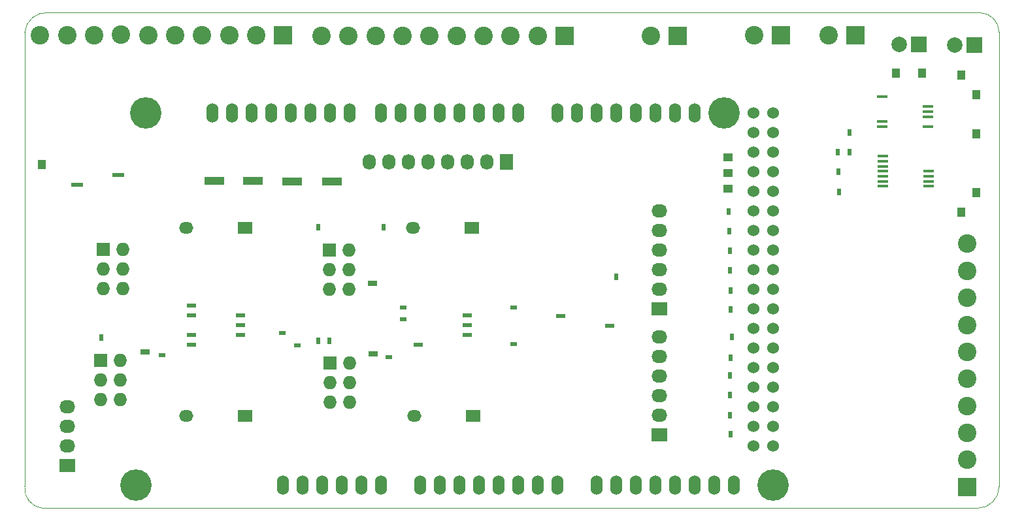
<source format=gbs>
G04 #@! TF.FileFunction,Soldermask,Bot*
%FSLAX46Y46*%
G04 Gerber Fmt 4.6, Leading zero omitted, Abs format (unit mm)*
G04 Created by KiCad (PCBNEW 4.0.2-stable) date Sunday, December 11, 2016 'AMt' 07:35:52 AM*
%MOMM*%
G01*
G04 APERTURE LIST*
%ADD10C,0.100000*%
%ADD11O,1.524000X2.540000*%
%ADD12C,1.524000*%
%ADD13R,2.000000X2.000000*%
%ADD14C,2.000000*%
%ADD15C,2.400000*%
%ADD16R,2.400000X2.400000*%
%ADD17C,4.064000*%
%ADD18R,2.500000X1.000000*%
%ADD19R,1.250000X1.000000*%
%ADD20R,1.000000X1.250000*%
%ADD21R,2.032000X1.727200*%
%ADD22O,2.032000X1.727200*%
%ADD23R,1.727200X1.727200*%
%ADD24O,1.727200X1.727200*%
%ADD25R,1.727200X2.032000*%
%ADD26O,1.727200X2.032000*%
%ADD27R,0.500000X0.900000*%
%ADD28R,0.900000X0.500000*%
%ADD29R,1.300000X0.700000*%
%ADD30R,1.824000X1.524000*%
%ADD31O,1.824000X1.524000*%
%ADD32R,1.143000X0.508000*%
%ADD33R,1.550000X0.600000*%
%ADD34R,1.450000X0.450000*%
G04 APERTURE END LIST*
D10*
X40386000Y-49022000D02*
X161036000Y-49022000D01*
X37338000Y-110490000D02*
X37338000Y-51562000D01*
X160782000Y-113284000D02*
X39624000Y-113284000D01*
X163576000Y-51562000D02*
X163576000Y-110490000D01*
X163576000Y-51562000D02*
G75*
G03X161036000Y-49022000I-2540000J0D01*
G01*
X40386000Y-49022000D02*
G75*
G03X37338000Y-51562000I-254000J-2794000D01*
G01*
X160782000Y-113284000D02*
G75*
G03X163576000Y-110490000I0J2794000D01*
G01*
X37338000Y-110490000D02*
G75*
G03X39624000Y-113284000I2540000J-254000D01*
G01*
D11*
X106318000Y-62047000D03*
X108858000Y-62047000D03*
X111398000Y-62047000D03*
X113938000Y-62047000D03*
X116478000Y-62047000D03*
X119018000Y-62047000D03*
X121558000Y-62047000D03*
X124098000Y-62047000D03*
X129178000Y-110307000D03*
X126638000Y-110307000D03*
X124098000Y-110307000D03*
X121558000Y-110307000D03*
X111398000Y-110307000D03*
X106318000Y-110307000D03*
X103778000Y-110307000D03*
X113938000Y-110307000D03*
X116478000Y-110307000D03*
X119018000Y-110307000D03*
X101238000Y-110307000D03*
X98698000Y-110307000D03*
X96158000Y-110307000D03*
X88538000Y-110307000D03*
X91078000Y-110307000D03*
X93618000Y-110307000D03*
X83458000Y-110307000D03*
X80918000Y-110307000D03*
X78378000Y-110307000D03*
X73298000Y-110307000D03*
X70758000Y-110307000D03*
X101238000Y-62047000D03*
X98698000Y-62047000D03*
X96158000Y-62047000D03*
X93618000Y-62047000D03*
X91078000Y-62047000D03*
X88538000Y-62047000D03*
X85998000Y-62047000D03*
X83458000Y-62047000D03*
X79394000Y-62047000D03*
X76854000Y-62047000D03*
X74314000Y-62047000D03*
X71774000Y-62047000D03*
X69234000Y-62047000D03*
X66694000Y-62047000D03*
X64154000Y-62047000D03*
X61614000Y-62047000D03*
X75838000Y-110307000D03*
D12*
X131718000Y-64587000D03*
X134258000Y-64587000D03*
X131718000Y-67127000D03*
X134258000Y-67127000D03*
X131718000Y-69667000D03*
X134258000Y-69667000D03*
X131718000Y-72207000D03*
X134258000Y-72207000D03*
X131718000Y-62047000D03*
X134258000Y-62047000D03*
X134258000Y-74747000D03*
X131718000Y-74747000D03*
X131718000Y-77287000D03*
X134258000Y-77287000D03*
X131718000Y-79827000D03*
X134258000Y-79827000D03*
X131718000Y-82367000D03*
X134258000Y-82367000D03*
X131718000Y-84907000D03*
X134258000Y-84907000D03*
X131718000Y-87447000D03*
X134258000Y-87447000D03*
X131718000Y-89987000D03*
X134258000Y-89987000D03*
X131718000Y-92527000D03*
X134258000Y-92527000D03*
X131718000Y-95067000D03*
X134258000Y-95067000D03*
X131718000Y-97607000D03*
X134258000Y-97607000D03*
X131718000Y-100147000D03*
X134258000Y-100147000D03*
X131718000Y-102687000D03*
X134258000Y-102687000D03*
X131718000Y-105227000D03*
X134258000Y-105227000D03*
D13*
X160399500Y-53191800D03*
D14*
X157859500Y-53191800D03*
D13*
X153185900Y-53166400D03*
D14*
X150645900Y-53166400D03*
D15*
X159411200Y-103502200D03*
X159411200Y-107002200D03*
X159411200Y-100002200D03*
X159411200Y-96502200D03*
X159411200Y-93002200D03*
X159442929Y-89502200D03*
D16*
X159411200Y-110502200D03*
D15*
X159411200Y-86002200D03*
X159411200Y-82502200D03*
X159411200Y-79002200D03*
X63816000Y-51929800D03*
X67316000Y-51929800D03*
X60316000Y-51929800D03*
X56816000Y-51929800D03*
X53316000Y-51929800D03*
X49816000Y-51898071D03*
D16*
X70816000Y-51929800D03*
D15*
X46316000Y-51929800D03*
X42816000Y-51929800D03*
X39316000Y-51929800D03*
X100290400Y-52031400D03*
X103790400Y-52031400D03*
X96790400Y-52031400D03*
X93290400Y-52031400D03*
X89790400Y-52031400D03*
X86290400Y-51999671D03*
D16*
X107290400Y-52031400D03*
D15*
X82790400Y-52031400D03*
X79290400Y-52031400D03*
X75790400Y-52031400D03*
D17*
X127971500Y-62013500D03*
X134321500Y-110273500D03*
X51771500Y-110273500D03*
X53041500Y-62013500D03*
D15*
X141458600Y-51917100D03*
D16*
X144958600Y-51917100D03*
D15*
X131832000Y-51942500D03*
D16*
X135332000Y-51942500D03*
D15*
X118433500Y-52069500D03*
D16*
X121933500Y-52069500D03*
D18*
X77166000Y-70955800D03*
X61926000Y-70803400D03*
X66904400Y-70854200D03*
X71933600Y-70905000D03*
D19*
X128418000Y-67789000D03*
X128418000Y-71853000D03*
X128418000Y-69853000D03*
D20*
X158660000Y-57137000D03*
X160660000Y-59677000D03*
X160660000Y-64757000D03*
X160660000Y-72377000D03*
X158660000Y-74917000D03*
X150246000Y-56883000D03*
X153580000Y-56883000D03*
X39588000Y-68747000D03*
D21*
X42888000Y-107747000D03*
D22*
X42888000Y-105207000D03*
X42888000Y-102667000D03*
X42888000Y-100127000D03*
D21*
X119533200Y-87439000D03*
D22*
X119533200Y-84899000D03*
X119533200Y-82359000D03*
X119533200Y-79819000D03*
X119533200Y-77279000D03*
X119533200Y-74739000D03*
D21*
X119533200Y-103745800D03*
D22*
X119533200Y-101205800D03*
X119533200Y-98665800D03*
X119533200Y-96125800D03*
X119533200Y-93585800D03*
X119533200Y-91045800D03*
D23*
X76788000Y-79847000D03*
D24*
X79328000Y-79847000D03*
X76788000Y-82387000D03*
X79328000Y-82387000D03*
X76788000Y-84927000D03*
X79328000Y-84927000D03*
D25*
X99721200Y-68338200D03*
D26*
X97181200Y-68338200D03*
X94641200Y-68338200D03*
X92101200Y-68338200D03*
X89561200Y-68338200D03*
X87021200Y-68338200D03*
X84481200Y-68338200D03*
X81941200Y-68338200D03*
D23*
X47488000Y-79747000D03*
D24*
X50028000Y-79747000D03*
X47488000Y-82287000D03*
X50028000Y-82287000D03*
X47488000Y-84827000D03*
X50028000Y-84827000D03*
D23*
X76862000Y-94475000D03*
D24*
X79402000Y-94475000D03*
X76862000Y-97015000D03*
X79402000Y-97015000D03*
X76862000Y-99555000D03*
X79402000Y-99555000D03*
D23*
X47188000Y-94147000D03*
D24*
X49728000Y-94147000D03*
X47188000Y-96687000D03*
X49728000Y-96687000D03*
X47188000Y-99227000D03*
X49728000Y-99227000D03*
D27*
X83838000Y-76847000D03*
D28*
X100688000Y-87297000D03*
X100688000Y-91997000D03*
X70688000Y-90597000D03*
X72688000Y-92197000D03*
D27*
X75338000Y-76847000D03*
D29*
X82388000Y-84097000D03*
D28*
X86388000Y-87297000D03*
X86388000Y-88797000D03*
D27*
X76838000Y-91547000D03*
X75338000Y-91547000D03*
X47238000Y-91147000D03*
D29*
X82450000Y-93271000D03*
X52888000Y-92997000D03*
D27*
X113938000Y-83247000D03*
D28*
X84482000Y-93725000D03*
X55088000Y-93397000D03*
D27*
X128563600Y-74789800D03*
X128614400Y-77329800D03*
X128665200Y-79869800D03*
X128716000Y-82409800D03*
X128817600Y-85051400D03*
X128817600Y-87489800D03*
X128919200Y-91045800D03*
X128766800Y-93789000D03*
X128665200Y-96075000D03*
X128716000Y-98564200D03*
X128716000Y-101205800D03*
X128766800Y-103695000D03*
X144210000Y-64579000D03*
X142811600Y-72249800D03*
X142710000Y-67068200D03*
X144210000Y-67068200D03*
X142760800Y-69608200D03*
D30*
X95288000Y-76947000D03*
D31*
X87668000Y-76947000D03*
D30*
X95388000Y-101347000D03*
D31*
X87768000Y-101347000D03*
D30*
X65888000Y-76947000D03*
D31*
X58268000Y-76947000D03*
D30*
X65888000Y-101347000D03*
D31*
X58268000Y-101347000D03*
D32*
X65279200Y-90791800D03*
X65279200Y-89521800D03*
X65279200Y-88251800D03*
X58929200Y-86981800D03*
X58929200Y-90791800D03*
X58929200Y-92061800D03*
X58929200Y-88251800D03*
X94690000Y-90817000D03*
X94690000Y-89547000D03*
X94690000Y-88277000D03*
X88340000Y-92087000D03*
X113090000Y-89647000D03*
X106740000Y-88377000D03*
D33*
X44088000Y-71352000D03*
X49488000Y-70082000D03*
D34*
X154347500Y-63798500D03*
X154347500Y-62498500D03*
X154347500Y-61848500D03*
X154347500Y-61198500D03*
X148447500Y-59898500D03*
X148447500Y-63148500D03*
X148447500Y-63798500D03*
X154411000Y-71545500D03*
X154411000Y-70895500D03*
X154411000Y-70245500D03*
X154411000Y-69595500D03*
X148511000Y-67645500D03*
X148511000Y-68295500D03*
X148511000Y-68945500D03*
X148511000Y-69595500D03*
X148511000Y-70245500D03*
X148511000Y-70895500D03*
X148511000Y-71545500D03*
M02*

</source>
